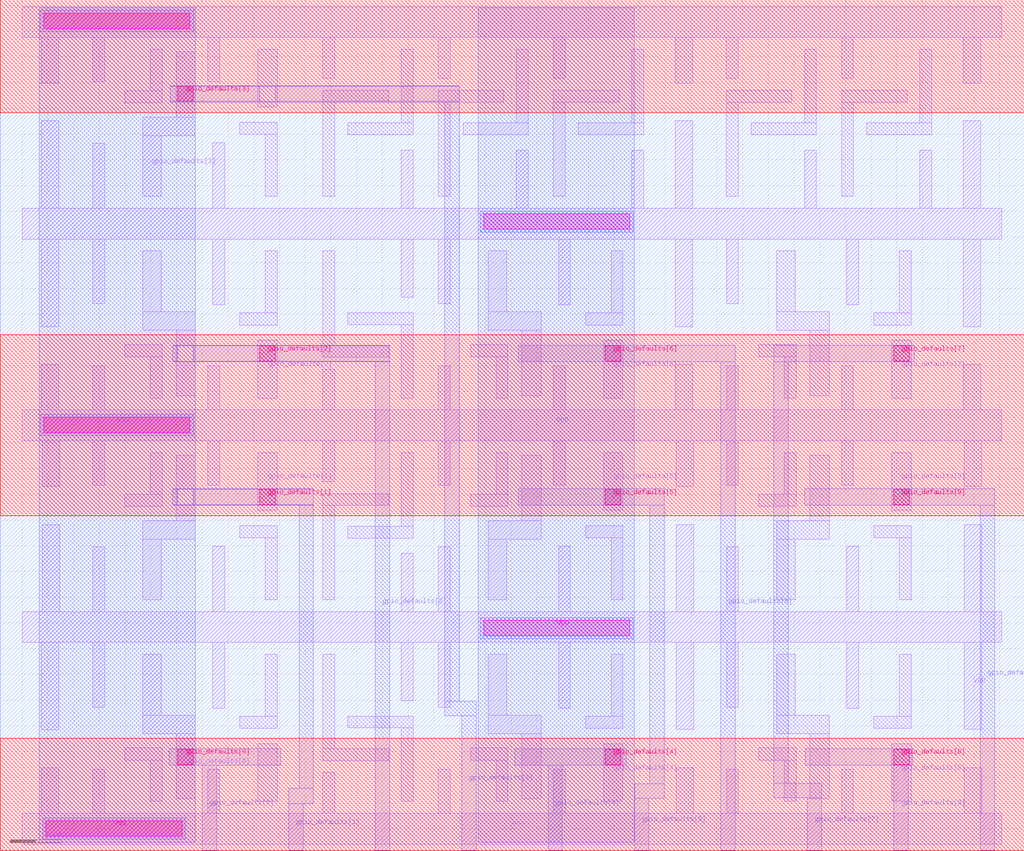
<source format=lef>
VERSION 5.7 ;
  NOWIREEXTENSIONATPIN ON ;
  DIVIDERCHAR "/" ;
  BUSBITCHARS "[]" ;
MACRO gpio_defaults_block_009
  CLASS BLOCK ;
  FOREIGN gpio_defaults_block_009 ;
  ORIGIN 0.430 0.430 ;
  SIZE 19.900 BY 16.540 ;
  PIN gpio_defaults[0]
    PORT
      LAYER Metal1 ;
        RECT 2.340 2.210 2.700 3.390 ;
        RECT 2.340 1.850 3.365 2.210 ;
        RECT 2.990 0.580 3.365 1.850 ;
      LAYER Via1 ;
        RECT 3.025 1.245 3.325 1.545 ;
      LAYER Metal2 ;
        RECT 2.860 1.235 5.020 1.555 ;
        RECT 3.500 -0.420 3.780 1.235 ;
    END
  END gpio_defaults[0]
  PIN gpio_defaults[4]
    PORT
      LAYER Metal1 ;
        RECT 11.300 0.530 11.675 1.650 ;
      LAYER Via1 ;
        RECT 11.335 1.245 11.635 1.545 ;
      LAYER Metal2 ;
        RECT 9.575 1.235 11.740 1.555 ;
        RECT 10.220 -0.420 10.500 1.235 ;
    END
  END gpio_defaults[4]
  PIN gpio_defaults[8]
    PORT
      LAYER Metal1 ;
        RECT 16.900 0.530 17.275 1.650 ;
      LAYER Via1 ;
        RECT 16.935 1.245 17.235 1.545 ;
      LAYER Metal2 ;
        RECT 15.215 1.235 17.310 1.555 ;
        RECT 16.940 -0.420 17.220 1.235 ;
    END
  END gpio_defaults[8]
  PIN gpio_defaults[7]
    PORT
      LAYER Metal1 ;
        RECT 16.900 8.370 17.275 9.490 ;
      LAYER Via1 ;
        RECT 16.935 9.085 17.235 9.385 ;
      LAYER Metal2 ;
        RECT 14.605 9.075 17.340 9.395 ;
        RECT 14.605 0.885 14.885 9.075 ;
        RECT 14.605 0.605 15.540 0.885 ;
        RECT 15.260 -0.420 15.540 0.605 ;
    END
  END gpio_defaults[7]
  PIN gpio_defaults[1]
    PORT
      LAYER Metal1 ;
        RECT 4.580 6.190 4.955 7.310 ;
      LAYER Via1 ;
        RECT 4.615 6.295 4.915 6.595 ;
      LAYER Metal2 ;
        RECT 2.925 6.595 5.660 6.605 ;
        RECT 2.925 6.295 3.025 6.595 ;
        RECT 3.325 6.295 5.660 6.595 ;
        RECT 2.925 6.285 5.660 6.295 ;
        RECT 5.380 0.785 5.660 6.285 ;
        RECT 5.180 0.485 5.660 0.785 ;
        RECT 5.180 -0.420 5.460 0.485 ;
    END
  END gpio_defaults[1]
  PIN gpio_defaults[5]
    PORT
      LAYER Metal1 ;
        RECT 11.300 6.190 11.675 7.310 ;
      LAYER Via1 ;
        RECT 11.335 6.295 11.635 6.595 ;
      LAYER Metal2 ;
        RECT 9.645 6.285 12.480 6.605 ;
        RECT 12.200 0.870 12.480 6.285 ;
        RECT 11.900 0.590 12.480 0.870 ;
        RECT 11.900 -0.420 12.180 0.590 ;
    END
  END gpio_defaults[5]
  PIN gpio_defaults[9]
    PORT
      LAYER Metal1 ;
        RECT 16.900 6.190 17.275 7.310 ;
      LAYER Via1 ;
        RECT 16.935 6.295 17.235 6.595 ;
      LAYER Metal2 ;
        RECT 15.205 6.285 18.900 6.605 ;
        RECT 18.620 -0.420 18.900 6.285 ;
    END
  END gpio_defaults[9]
  PIN gpio_defaults[3]
    PORT
      LAYER Metal1 ;
        RECT 2.990 13.830 3.365 15.100 ;
        RECT 2.340 13.470 3.365 13.830 ;
        RECT 2.340 12.290 2.700 13.470 ;
      LAYER Via1 ;
        RECT 3.025 14.135 3.325 14.435 ;
      LAYER Metal2 ;
        RECT 2.880 14.435 8.495 14.445 ;
        RECT 2.880 14.135 4.615 14.435 ;
        RECT 4.915 14.135 8.495 14.435 ;
        RECT 2.880 14.125 8.495 14.135 ;
        RECT 8.215 2.480 8.495 14.125 ;
        RECT 8.215 2.200 8.820 2.480 ;
        RECT 8.540 -0.420 8.820 2.200 ;
    END
  END gpio_defaults[3]
  PIN gpio_defaults[2]
    PORT
      LAYER Metal1 ;
        RECT 4.580 8.370 4.955 9.490 ;
      LAYER Via1 ;
        RECT 4.615 9.085 4.915 9.385 ;
      LAYER Metal2 ;
        RECT 2.925 9.385 7.140 9.395 ;
        RECT 2.925 9.085 3.025 9.385 ;
        RECT 3.325 9.085 7.140 9.385 ;
        RECT 2.925 9.075 7.140 9.085 ;
        RECT 6.860 -0.420 7.140 9.075 ;
    END
  END gpio_defaults[2]
  PIN gpio_defaults[6]
    PORT
      LAYER Metal1 ;
        RECT 11.300 8.370 11.675 9.490 ;
      LAYER Via1 ;
        RECT 11.335 9.085 11.635 9.385 ;
      LAYER Metal2 ;
        RECT 9.645 9.075 13.860 9.395 ;
        RECT 13.580 -0.420 13.860 9.075 ;
    END
  END gpio_defaults[6]
  PIN VDD
    USE POWER ;
    PORT
      LAYER Metal1 ;
        RECT 0.370 12.060 0.710 13.760 ;
        RECT 1.370 12.060 1.600 13.320 ;
        RECT 3.705 12.060 3.935 13.335 ;
        RECT 7.365 12.060 7.595 13.190 ;
        RECT 9.605 12.060 9.835 13.190 ;
        RECT 11.845 12.060 12.075 13.190 ;
        RECT 12.690 12.060 13.030 13.760 ;
        RECT 15.205 12.060 15.435 13.190 ;
        RECT 17.445 12.060 17.675 13.190 ;
        RECT 18.290 12.060 18.630 13.760 ;
        RECT 0.000 11.460 19.040 12.060 ;
        RECT 0.370 9.760 0.710 11.460 ;
        RECT 1.370 10.200 1.600 11.460 ;
        RECT 3.705 10.185 3.935 11.460 ;
        RECT 7.365 10.330 7.595 11.460 ;
        RECT 8.090 10.200 8.320 11.460 ;
        RECT 10.425 10.185 10.655 11.460 ;
        RECT 12.690 9.760 13.030 11.460 ;
        RECT 13.690 10.200 13.920 11.460 ;
        RECT 16.025 10.185 16.255 11.460 ;
        RECT 18.290 9.760 18.630 11.460 ;
        RECT 0.390 4.220 0.730 5.910 ;
        RECT 1.370 4.220 1.600 5.480 ;
        RECT 3.705 4.220 3.935 5.495 ;
        RECT 7.365 4.220 7.595 5.350 ;
        RECT 8.090 4.220 8.320 5.480 ;
        RECT 10.425 4.220 10.655 5.495 ;
        RECT 12.710 4.220 13.050 5.910 ;
        RECT 13.690 4.220 13.920 5.480 ;
        RECT 16.025 4.220 16.255 5.495 ;
        RECT 18.310 4.220 18.650 5.910 ;
        RECT 0.000 3.620 19.040 4.220 ;
        RECT 0.370 1.920 0.710 3.620 ;
        RECT 1.370 2.360 1.600 3.620 ;
        RECT 3.705 2.345 3.935 3.620 ;
        RECT 7.365 2.490 7.595 3.620 ;
        RECT 8.090 2.360 8.320 3.620 ;
        RECT 10.425 2.345 10.655 3.620 ;
        RECT 12.710 1.930 13.050 3.620 ;
        RECT 13.690 2.360 13.920 3.620 ;
        RECT 16.025 2.345 16.255 3.620 ;
        RECT 18.310 1.930 18.650 3.620 ;
      LAYER Via1 ;
        RECT 8.965 11.650 11.810 11.950 ;
        RECT 8.965 3.750 11.810 4.050 ;
      LAYER Metal2 ;
        RECT 8.900 11.590 11.880 12.005 ;
        RECT 8.900 3.690 11.880 4.105 ;
      LAYER Via2 ;
        RECT 8.965 11.650 11.810 11.950 ;
        RECT 8.965 3.750 11.810 4.050 ;
      LAYER Metal3 ;
        RECT 8.865 -0.265 11.895 15.960 ;
    END
  END VDD
  PIN VSS
    USE GROUND ;
    PORT
      LAYER Metal1 ;
        RECT 0.000 15.380 19.040 15.980 ;
        RECT 0.370 14.490 0.710 15.380 ;
        RECT 1.370 14.520 1.600 15.380 ;
        RECT 3.605 14.520 3.835 15.380 ;
        RECT 5.845 14.585 6.075 15.380 ;
        RECT 8.085 14.585 8.315 15.380 ;
        RECT 10.325 14.585 10.555 15.380 ;
        RECT 12.690 14.490 13.030 15.380 ;
        RECT 13.685 14.585 13.915 15.380 ;
        RECT 15.925 14.585 16.155 15.380 ;
        RECT 18.290 14.490 18.630 15.380 ;
        RECT 0.370 8.140 0.710 9.030 ;
        RECT 1.370 8.140 1.600 9.000 ;
        RECT 3.605 8.140 3.835 9.000 ;
        RECT 5.845 8.140 6.075 8.935 ;
        RECT 8.090 8.140 8.320 9.000 ;
        RECT 10.325 8.140 10.555 9.000 ;
        RECT 12.690 8.140 13.030 9.030 ;
        RECT 13.690 8.140 13.920 9.000 ;
        RECT 15.925 8.140 16.155 9.000 ;
        RECT 18.290 8.140 18.630 9.030 ;
        RECT 0.000 7.540 19.040 8.140 ;
        RECT 0.390 6.655 0.730 7.540 ;
        RECT 1.370 6.680 1.600 7.540 ;
        RECT 3.605 6.680 3.835 7.540 ;
        RECT 5.845 6.745 6.075 7.540 ;
        RECT 8.090 6.680 8.320 7.540 ;
        RECT 10.325 6.680 10.555 7.540 ;
        RECT 12.710 6.655 13.050 7.540 ;
        RECT 13.690 6.680 13.920 7.540 ;
        RECT 15.925 6.680 16.155 7.540 ;
        RECT 18.310 6.655 18.650 7.540 ;
        RECT 0.370 0.300 0.710 1.190 ;
        RECT 1.370 0.300 1.600 1.160 ;
        RECT 3.605 0.300 3.835 1.160 ;
        RECT 5.845 0.300 6.075 1.095 ;
        RECT 8.090 0.300 8.320 1.160 ;
        RECT 10.325 0.300 10.555 1.160 ;
        RECT 12.710 0.300 13.050 1.185 ;
        RECT 13.690 0.300 13.920 1.160 ;
        RECT 15.925 0.300 16.155 1.160 ;
        RECT 18.310 0.300 18.650 1.185 ;
        RECT 0.000 -0.300 19.040 0.300 ;
      LAYER Via1 ;
        RECT 0.415 15.550 3.260 15.850 ;
        RECT 0.415 7.700 3.260 8.000 ;
        RECT 0.460 -0.145 3.105 0.155 ;
      LAYER Metal2 ;
        RECT 0.350 15.490 3.330 15.905 ;
        RECT 0.350 7.640 3.330 8.055 ;
        RECT 0.400 -0.200 3.165 0.215 ;
      LAYER Via2 ;
        RECT 0.415 15.550 3.260 15.850 ;
        RECT 0.415 7.700 3.260 8.000 ;
        RECT 0.460 -0.145 3.105 0.155 ;
      LAYER Metal3 ;
        RECT 0.330 -0.265 3.360 15.960 ;
    END
  END VSS
  OBS
      LAYER Pwell ;
        RECT -0.430 13.920 19.470 16.110 ;
      LAYER Nwell ;
        RECT -0.430 9.600 19.470 13.920 ;
      LAYER Pwell ;
        RECT -0.430 6.080 19.470 9.600 ;
      LAYER Nwell ;
        RECT -0.430 1.760 19.470 6.080 ;
      LAYER Pwell ;
        RECT -0.430 -0.430 19.470 1.760 ;
      LAYER Metal1 ;
        RECT 2.490 14.345 2.720 15.150 ;
        RECT 1.995 14.110 2.720 14.345 ;
      LAYER Metal1 ;
        RECT 4.580 14.030 4.955 15.150 ;
      LAYER Metal1 ;
        RECT 5.845 14.125 7.120 14.355 ;
        RECT 4.230 13.495 4.955 13.730 ;
        RECT 4.725 12.290 4.955 13.495 ;
        RECT 5.845 12.290 6.075 14.125 ;
        RECT 7.365 13.720 7.595 15.150 ;
        RECT 6.330 13.490 7.595 13.720 ;
        RECT 8.085 14.125 9.360 14.355 ;
        RECT 8.085 12.290 8.315 14.125 ;
        RECT 9.605 13.720 9.835 15.150 ;
        RECT 8.570 13.490 9.835 13.720 ;
        RECT 10.325 14.125 11.600 14.355 ;
        RECT 10.325 12.290 10.555 14.125 ;
        RECT 11.845 13.720 12.075 15.150 ;
        RECT 10.810 13.490 12.075 13.720 ;
        RECT 13.685 14.125 14.960 14.355 ;
        RECT 13.685 12.290 13.915 14.125 ;
        RECT 15.205 13.720 15.435 15.150 ;
        RECT 14.170 13.490 15.435 13.720 ;
        RECT 15.925 14.125 17.200 14.355 ;
        RECT 15.925 12.290 16.155 14.125 ;
        RECT 17.445 13.720 17.675 15.150 ;
        RECT 16.410 13.490 17.675 13.720 ;
      LAYER Metal1 ;
        RECT 2.340 10.050 2.700 11.230 ;
        RECT 2.340 9.690 3.365 10.050 ;
      LAYER Metal1 ;
        RECT 4.725 10.025 4.955 11.230 ;
        RECT 4.230 9.790 4.955 10.025 ;
        RECT 1.995 9.175 2.720 9.410 ;
        RECT 2.490 8.370 2.720 9.175 ;
      LAYER Metal1 ;
        RECT 2.990 9.385 3.365 9.690 ;
        RECT 2.990 9.085 3.025 9.385 ;
        RECT 3.325 9.085 3.365 9.385 ;
      LAYER Metal1 ;
        RECT 5.845 9.395 6.075 11.230 ;
      LAYER Metal1 ;
        RECT 9.060 10.050 9.420 11.230 ;
      LAYER Metal1 ;
        RECT 6.330 9.800 7.595 10.030 ;
        RECT 5.845 9.165 7.120 9.395 ;
      LAYER Metal1 ;
        RECT 2.990 8.420 3.365 9.085 ;
      LAYER Metal1 ;
        RECT 7.365 8.370 7.595 9.800 ;
      LAYER Metal1 ;
        RECT 9.060 9.690 10.085 10.050 ;
      LAYER Metal1 ;
        RECT 11.445 10.025 11.675 11.230 ;
        RECT 10.950 9.790 11.675 10.025 ;
      LAYER Metal1 ;
        RECT 14.660 10.050 15.020 11.230 ;
        RECT 14.660 9.690 15.685 10.050 ;
      LAYER Metal1 ;
        RECT 17.045 10.025 17.275 11.230 ;
        RECT 16.550 9.790 17.275 10.025 ;
        RECT 8.715 9.175 9.440 9.410 ;
        RECT 9.210 8.370 9.440 9.175 ;
      LAYER Metal1 ;
        RECT 9.710 8.420 10.085 9.690 ;
      LAYER Metal1 ;
        RECT 14.315 9.175 15.040 9.410 ;
        RECT 14.810 8.370 15.040 9.175 ;
      LAYER Metal1 ;
        RECT 15.310 8.420 15.685 9.690 ;
      LAYER Metal1 ;
        RECT 2.490 6.505 2.720 7.310 ;
        RECT 1.995 6.270 2.720 6.505 ;
      LAYER Metal1 ;
        RECT 2.990 6.595 3.365 7.260 ;
        RECT 2.990 6.295 3.025 6.595 ;
        RECT 3.325 6.295 3.365 6.595 ;
        RECT 2.990 5.990 3.365 6.295 ;
        RECT 2.340 5.630 3.365 5.990 ;
      LAYER Metal1 ;
        RECT 5.845 6.285 7.120 6.515 ;
        RECT 4.230 5.655 4.955 5.890 ;
      LAYER Metal1 ;
        RECT 2.340 4.450 2.700 5.630 ;
      LAYER Metal1 ;
        RECT 4.725 4.450 4.955 5.655 ;
        RECT 5.845 4.450 6.075 6.285 ;
        RECT 7.365 5.880 7.595 7.310 ;
        RECT 9.210 6.505 9.440 7.310 ;
        RECT 8.715 6.270 9.440 6.505 ;
      LAYER Metal1 ;
        RECT 9.710 5.990 10.085 7.260 ;
      LAYER Metal1 ;
        RECT 14.810 6.505 15.040 7.310 ;
        RECT 14.315 6.270 15.040 6.505 ;
      LAYER Metal1 ;
        RECT 15.310 5.990 15.685 7.260 ;
      LAYER Metal1 ;
        RECT 6.330 5.650 7.595 5.880 ;
      LAYER Metal1 ;
        RECT 9.060 5.630 10.085 5.990 ;
      LAYER Metal1 ;
        RECT 10.950 5.655 11.675 5.890 ;
      LAYER Metal1 ;
        RECT 9.060 4.450 9.420 5.630 ;
      LAYER Metal1 ;
        RECT 11.445 4.450 11.675 5.655 ;
      LAYER Metal1 ;
        RECT 14.660 5.630 15.685 5.990 ;
      LAYER Metal1 ;
        RECT 16.550 5.655 17.275 5.890 ;
      LAYER Metal1 ;
        RECT 14.660 4.450 15.020 5.630 ;
      LAYER Metal1 ;
        RECT 17.045 4.450 17.275 5.655 ;
        RECT 4.725 2.185 4.955 3.390 ;
        RECT 4.230 1.950 4.955 2.185 ;
        RECT 1.995 1.335 2.720 1.570 ;
        RECT 2.490 0.530 2.720 1.335 ;
      LAYER Metal1 ;
        RECT 4.580 0.530 4.955 1.650 ;
      LAYER Metal1 ;
        RECT 5.845 1.555 6.075 3.390 ;
      LAYER Metal1 ;
        RECT 9.060 2.210 9.420 3.390 ;
      LAYER Metal1 ;
        RECT 6.330 1.960 7.595 2.190 ;
        RECT 5.845 1.325 7.120 1.555 ;
        RECT 7.365 0.530 7.595 1.960 ;
      LAYER Metal1 ;
        RECT 9.060 1.850 10.085 2.210 ;
      LAYER Metal1 ;
        RECT 11.445 2.185 11.675 3.390 ;
        RECT 10.950 1.950 11.675 2.185 ;
      LAYER Metal1 ;
        RECT 14.660 2.210 15.020 3.390 ;
        RECT 14.660 1.850 15.685 2.210 ;
      LAYER Metal1 ;
        RECT 17.045 2.185 17.275 3.390 ;
        RECT 16.550 1.950 17.275 2.185 ;
        RECT 8.715 1.335 9.440 1.570 ;
        RECT 9.210 0.530 9.440 1.335 ;
      LAYER Metal1 ;
        RECT 9.710 0.580 10.085 1.850 ;
      LAYER Metal1 ;
        RECT 14.315 1.335 15.040 1.570 ;
        RECT 14.810 0.530 15.040 1.335 ;
      LAYER Metal1 ;
        RECT 15.310 0.580 15.685 1.850 ;
  END
END gpio_defaults_block_009
END LIBRARY


</source>
